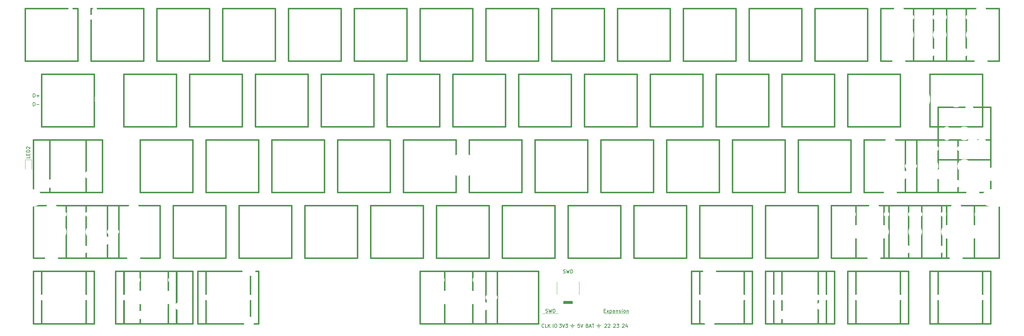
<source format=gbr>
%TF.GenerationSoftware,KiCad,Pcbnew,5.0.0*%
%TF.CreationDate,2018-08-13T13:33:07+12:00*%
%TF.ProjectId,keyboard,6B6579626F6172642E6B696361645F70,v0.1*%
%TF.SameCoordinates,PX3b67850PY3da05e0*%
%TF.FileFunction,Legend,Top*%
%TF.FilePolarity,Positive*%
%FSLAX46Y46*%
G04 Gerber Fmt 4.6, Leading zero omitted, Abs format (unit mm)*
G04 Created by KiCad (PCBNEW 5.0.0) date Mon Aug 13 13:33:07 2018*
%MOMM*%
%LPD*%
G01*
G04 APERTURE LIST*
%ADD10C,0.150000*%
%ADD11C,0.100000*%
%ADD12C,0.120000*%
%ADD13C,0.381000*%
%ADD14R,0.740000X2.400000*%
%ADD15C,7.000000*%
%ADD16O,10.000000X5.000000*%
%ADD17C,1.700000*%
%ADD18O,1.700000X1.700000*%
%ADD19O,1.200000X1.900000*%
%ADD20C,1.450000*%
%ADD21C,1.000000*%
%ADD22C,1.600000*%
%ADD23O,1.600000X1.600000*%
%ADD24R,1.750000X1.200000*%
%ADD25O,1.750000X1.200000*%
%ADD26C,0.975000*%
%ADD27C,4.000000*%
%ADD28C,3.050000*%
%ADD29C,1.200000*%
%ADD30C,2.500000*%
G04 APERTURE END LIST*
D10*
X169136190Y-89232571D02*
X169469523Y-89232571D01*
X169612380Y-89756380D02*
X169136190Y-89756380D01*
X169136190Y-88756380D01*
X169612380Y-88756380D01*
X169945714Y-89756380D02*
X170469523Y-89089714D01*
X169945714Y-89089714D02*
X170469523Y-89756380D01*
X170850476Y-89089714D02*
X170850476Y-90089714D01*
X170850476Y-89137333D02*
X170945714Y-89089714D01*
X171136190Y-89089714D01*
X171231428Y-89137333D01*
X171279047Y-89184952D01*
X171326666Y-89280190D01*
X171326666Y-89565904D01*
X171279047Y-89661142D01*
X171231428Y-89708761D01*
X171136190Y-89756380D01*
X170945714Y-89756380D01*
X170850476Y-89708761D01*
X172183809Y-89756380D02*
X172183809Y-89232571D01*
X172136190Y-89137333D01*
X172040952Y-89089714D01*
X171850476Y-89089714D01*
X171755238Y-89137333D01*
X172183809Y-89708761D02*
X172088571Y-89756380D01*
X171850476Y-89756380D01*
X171755238Y-89708761D01*
X171707619Y-89613523D01*
X171707619Y-89518285D01*
X171755238Y-89423047D01*
X171850476Y-89375428D01*
X172088571Y-89375428D01*
X172183809Y-89327809D01*
X172660000Y-89089714D02*
X172660000Y-89756380D01*
X172660000Y-89184952D02*
X172707619Y-89137333D01*
X172802857Y-89089714D01*
X172945714Y-89089714D01*
X173040952Y-89137333D01*
X173088571Y-89232571D01*
X173088571Y-89756380D01*
X173517142Y-89708761D02*
X173612380Y-89756380D01*
X173802857Y-89756380D01*
X173898095Y-89708761D01*
X173945714Y-89613523D01*
X173945714Y-89565904D01*
X173898095Y-89470666D01*
X173802857Y-89423047D01*
X173660000Y-89423047D01*
X173564761Y-89375428D01*
X173517142Y-89280190D01*
X173517142Y-89232571D01*
X173564761Y-89137333D01*
X173660000Y-89089714D01*
X173802857Y-89089714D01*
X173898095Y-89137333D01*
X174374285Y-89756380D02*
X174374285Y-89089714D01*
X174374285Y-88756380D02*
X174326666Y-88804000D01*
X174374285Y-88851619D01*
X174421904Y-88804000D01*
X174374285Y-88756380D01*
X174374285Y-88851619D01*
X174993333Y-89756380D02*
X174898095Y-89708761D01*
X174850476Y-89661142D01*
X174802857Y-89565904D01*
X174802857Y-89280190D01*
X174850476Y-89184952D01*
X174898095Y-89137333D01*
X174993333Y-89089714D01*
X175136190Y-89089714D01*
X175231428Y-89137333D01*
X175279047Y-89184952D01*
X175326666Y-89280190D01*
X175326666Y-89565904D01*
X175279047Y-89661142D01*
X175231428Y-89708761D01*
X175136190Y-89756380D01*
X174993333Y-89756380D01*
X175755238Y-89089714D02*
X175755238Y-89756380D01*
X175755238Y-89184952D02*
X175802857Y-89137333D01*
X175898095Y-89089714D01*
X176040952Y-89089714D01*
X176136190Y-89137333D01*
X176183809Y-89232571D01*
X176183809Y-89756380D01*
D11*
X169104000Y-90066000D02*
X176216000Y-90066000D01*
X151324000Y-90066000D02*
X155896000Y-90066000D01*
D10*
X152252857Y-89708761D02*
X152395714Y-89756380D01*
X152633809Y-89756380D01*
X152729047Y-89708761D01*
X152776666Y-89661142D01*
X152824285Y-89565904D01*
X152824285Y-89470666D01*
X152776666Y-89375428D01*
X152729047Y-89327809D01*
X152633809Y-89280190D01*
X152443333Y-89232571D01*
X152348095Y-89184952D01*
X152300476Y-89137333D01*
X152252857Y-89042095D01*
X152252857Y-88946857D01*
X152300476Y-88851619D01*
X152348095Y-88804000D01*
X152443333Y-88756380D01*
X152681428Y-88756380D01*
X152824285Y-88804000D01*
X153157619Y-88756380D02*
X153395714Y-89756380D01*
X153586190Y-89042095D01*
X153776666Y-89756380D01*
X154014761Y-88756380D01*
X154395714Y-89756380D02*
X154395714Y-88756380D01*
X154633809Y-88756380D01*
X154776666Y-88804000D01*
X154871904Y-88899238D01*
X154919523Y-88994476D01*
X154967142Y-89184952D01*
X154967142Y-89327809D01*
X154919523Y-89518285D01*
X154871904Y-89613523D01*
X154776666Y-89708761D01*
X154633809Y-89756380D01*
X154395714Y-89756380D01*
X3885047Y-29812380D02*
X3885047Y-28812380D01*
X4123142Y-28812380D01*
X4266000Y-28860000D01*
X4361238Y-28955238D01*
X4408857Y-29050476D01*
X4456476Y-29240952D01*
X4456476Y-29383809D01*
X4408857Y-29574285D01*
X4361238Y-29669523D01*
X4266000Y-29764761D01*
X4123142Y-29812380D01*
X3885047Y-29812380D01*
X4885047Y-29431428D02*
X5646952Y-29431428D01*
X3885047Y-27272380D02*
X3885047Y-26272380D01*
X4123142Y-26272380D01*
X4266000Y-26320000D01*
X4361238Y-26415238D01*
X4408857Y-26510476D01*
X4456476Y-26700952D01*
X4456476Y-26843809D01*
X4408857Y-27034285D01*
X4361238Y-27129523D01*
X4266000Y-27224761D01*
X4123142Y-27272380D01*
X3885047Y-27272380D01*
X4885047Y-26891428D02*
X5646952Y-26891428D01*
X5266000Y-27272380D02*
X5266000Y-26510476D01*
X174438095Y-93169619D02*
X174485714Y-93122000D01*
X174580952Y-93074380D01*
X174819047Y-93074380D01*
X174914285Y-93122000D01*
X174961904Y-93169619D01*
X175009523Y-93264857D01*
X175009523Y-93360095D01*
X174961904Y-93502952D01*
X174390476Y-94074380D01*
X175009523Y-94074380D01*
X175866666Y-93407714D02*
X175866666Y-94074380D01*
X175628571Y-93026761D02*
X175390476Y-93741047D01*
X176009523Y-93741047D01*
X171898095Y-93169619D02*
X171945714Y-93122000D01*
X172040952Y-93074380D01*
X172279047Y-93074380D01*
X172374285Y-93122000D01*
X172421904Y-93169619D01*
X172469523Y-93264857D01*
X172469523Y-93360095D01*
X172421904Y-93502952D01*
X171850476Y-94074380D01*
X172469523Y-94074380D01*
X172802857Y-93074380D02*
X173421904Y-93074380D01*
X173088571Y-93455333D01*
X173231428Y-93455333D01*
X173326666Y-93502952D01*
X173374285Y-93550571D01*
X173421904Y-93645809D01*
X173421904Y-93883904D01*
X173374285Y-93979142D01*
X173326666Y-94026761D01*
X173231428Y-94074380D01*
X172945714Y-94074380D01*
X172850476Y-94026761D01*
X172802857Y-93979142D01*
X169358095Y-93169619D02*
X169405714Y-93122000D01*
X169500952Y-93074380D01*
X169739047Y-93074380D01*
X169834285Y-93122000D01*
X169881904Y-93169619D01*
X169929523Y-93264857D01*
X169929523Y-93360095D01*
X169881904Y-93502952D01*
X169310476Y-94074380D01*
X169929523Y-94074380D01*
X170310476Y-93169619D02*
X170358095Y-93122000D01*
X170453333Y-93074380D01*
X170691428Y-93074380D01*
X170786666Y-93122000D01*
X170834285Y-93169619D01*
X170881904Y-93264857D01*
X170881904Y-93360095D01*
X170834285Y-93502952D01*
X170262857Y-94074380D01*
X170881904Y-94074380D01*
X157332857Y-78278761D02*
X157475714Y-78326380D01*
X157713809Y-78326380D01*
X157809047Y-78278761D01*
X157856666Y-78231142D01*
X157904285Y-78135904D01*
X157904285Y-78040666D01*
X157856666Y-77945428D01*
X157809047Y-77897809D01*
X157713809Y-77850190D01*
X157523333Y-77802571D01*
X157428095Y-77754952D01*
X157380476Y-77707333D01*
X157332857Y-77612095D01*
X157332857Y-77516857D01*
X157380476Y-77421619D01*
X157428095Y-77374000D01*
X157523333Y-77326380D01*
X157761428Y-77326380D01*
X157904285Y-77374000D01*
X158237619Y-77326380D02*
X158475714Y-78326380D01*
X158666190Y-77612095D01*
X158856666Y-78326380D01*
X159094761Y-77326380D01*
X159475714Y-78326380D02*
X159475714Y-77326380D01*
X159713809Y-77326380D01*
X159856666Y-77374000D01*
X159951904Y-77469238D01*
X159999523Y-77564476D01*
X160047142Y-77754952D01*
X160047142Y-77897809D01*
X159999523Y-78088285D01*
X159951904Y-78183523D01*
X159856666Y-78278761D01*
X159713809Y-78326380D01*
X159475714Y-78326380D01*
X167008571Y-93479142D02*
X168151428Y-93479142D01*
X167237142Y-93822000D02*
X167922857Y-93822000D01*
X167580000Y-92964857D02*
X167580000Y-93479142D01*
X167694285Y-94164857D02*
X167465714Y-94164857D01*
X162055523Y-93074380D02*
X161579333Y-93074380D01*
X161531714Y-93550571D01*
X161579333Y-93502952D01*
X161674571Y-93455333D01*
X161912666Y-93455333D01*
X162007904Y-93502952D01*
X162055523Y-93550571D01*
X162103142Y-93645809D01*
X162103142Y-93883904D01*
X162055523Y-93979142D01*
X162007904Y-94026761D01*
X161912666Y-94074380D01*
X161674571Y-94074380D01*
X161579333Y-94026761D01*
X161531714Y-93979142D01*
X162388857Y-93074380D02*
X162722190Y-94074380D01*
X163055523Y-93074380D01*
X164301904Y-93550571D02*
X164444761Y-93598190D01*
X164492380Y-93645809D01*
X164540000Y-93741047D01*
X164540000Y-93883904D01*
X164492380Y-93979142D01*
X164444761Y-94026761D01*
X164349523Y-94074380D01*
X163968571Y-94074380D01*
X163968571Y-93074380D01*
X164301904Y-93074380D01*
X164397142Y-93122000D01*
X164444761Y-93169619D01*
X164492380Y-93264857D01*
X164492380Y-93360095D01*
X164444761Y-93455333D01*
X164397142Y-93502952D01*
X164301904Y-93550571D01*
X163968571Y-93550571D01*
X164920952Y-93788666D02*
X165397142Y-93788666D01*
X164825714Y-94074380D02*
X165159047Y-93074380D01*
X165492380Y-94074380D01*
X165682857Y-93074380D02*
X166254285Y-93074380D01*
X165968571Y-94074380D02*
X165968571Y-93074380D01*
X154356190Y-94074380D02*
X154356190Y-93074380D01*
X155022857Y-93074380D02*
X155213333Y-93074380D01*
X155308571Y-93122000D01*
X155403809Y-93217238D01*
X155451428Y-93407714D01*
X155451428Y-93741047D01*
X155403809Y-93931523D01*
X155308571Y-94026761D01*
X155213333Y-94074380D01*
X155022857Y-94074380D01*
X154927619Y-94026761D01*
X154832380Y-93931523D01*
X154784761Y-93741047D01*
X154784761Y-93407714D01*
X154832380Y-93217238D01*
X154927619Y-93122000D01*
X155022857Y-93074380D01*
X159388571Y-93479142D02*
X160531428Y-93479142D01*
X159617142Y-93822000D02*
X160302857Y-93822000D01*
X159960000Y-92964857D02*
X159960000Y-93479142D01*
X160074285Y-94164857D02*
X159845714Y-94164857D01*
X156181904Y-93074380D02*
X156800952Y-93074380D01*
X156467619Y-93455333D01*
X156610476Y-93455333D01*
X156705714Y-93502952D01*
X156753333Y-93550571D01*
X156800952Y-93645809D01*
X156800952Y-93883904D01*
X156753333Y-93979142D01*
X156705714Y-94026761D01*
X156610476Y-94074380D01*
X156324761Y-94074380D01*
X156229523Y-94026761D01*
X156181904Y-93979142D01*
X157086666Y-93074380D02*
X157420000Y-94074380D01*
X157753333Y-93074380D01*
X157991428Y-93074380D02*
X158610476Y-93074380D01*
X158277142Y-93455333D01*
X158420000Y-93455333D01*
X158515238Y-93502952D01*
X158562857Y-93550571D01*
X158610476Y-93645809D01*
X158610476Y-93883904D01*
X158562857Y-93979142D01*
X158515238Y-94026761D01*
X158420000Y-94074380D01*
X158134285Y-94074380D01*
X158039047Y-94026761D01*
X157991428Y-93979142D01*
X151744761Y-93979142D02*
X151697142Y-94026761D01*
X151554285Y-94074380D01*
X151459047Y-94074380D01*
X151316190Y-94026761D01*
X151220952Y-93931523D01*
X151173333Y-93836285D01*
X151125714Y-93645809D01*
X151125714Y-93502952D01*
X151173333Y-93312476D01*
X151220952Y-93217238D01*
X151316190Y-93122000D01*
X151459047Y-93074380D01*
X151554285Y-93074380D01*
X151697142Y-93122000D01*
X151744761Y-93169619D01*
X152649523Y-94074380D02*
X152173333Y-94074380D01*
X152173333Y-93074380D01*
X152982857Y-94074380D02*
X152982857Y-93074380D01*
X153554285Y-94074380D02*
X153125714Y-93502952D01*
X153554285Y-93074380D02*
X152982857Y-93645809D01*
G36*
X157420000Y-86510000D02*
X159960000Y-86510000D01*
X159960000Y-87145000D01*
X157420000Y-87145000D01*
X157420000Y-86510000D01*
G37*
X157420000Y-86510000D02*
X159960000Y-86510000D01*
X159960000Y-87145000D01*
X157420000Y-87145000D01*
X157420000Y-86510000D01*
D12*
X161860000Y-80935000D02*
X161925000Y-80935000D01*
X161860000Y-84465000D02*
X161925000Y-84465000D01*
X155455000Y-80935000D02*
X155520000Y-80935000D01*
X155455000Y-84465000D02*
X155520000Y-84465000D01*
X161925000Y-84465000D02*
X161925000Y-80935000D01*
X155455000Y-84465000D02*
X155455000Y-80935000D01*
X3440000Y-48140000D02*
X3440000Y-45455000D01*
X3440000Y-45455000D02*
X1520000Y-45455000D01*
X1520000Y-45455000D02*
X1520000Y-48140000D01*
D13*
X23912520Y-54920020D02*
X8672520Y-54920020D01*
X8672520Y-54920020D02*
X8672520Y-39680020D01*
X8672520Y-39680020D02*
X23912520Y-39680020D01*
X23912520Y-39680020D02*
X23912520Y-54920020D01*
X21530000Y-93018750D02*
X6290000Y-93018750D01*
X6290000Y-93018750D02*
X6290000Y-77778750D01*
X6290000Y-77778750D02*
X21530000Y-77778750D01*
X21530000Y-77778750D02*
X21530000Y-93018750D01*
X281086250Y-54918750D02*
X265846250Y-54918750D01*
X265846250Y-54918750D02*
X265846250Y-39678750D01*
X265846250Y-39678750D02*
X281086250Y-39678750D01*
X281086250Y-39678750D02*
X281086250Y-54918750D01*
X265846250Y-30153750D02*
X281086250Y-30153750D01*
X265846250Y-45393750D02*
X265846250Y-30153750D01*
X281086250Y-45393750D02*
X265846250Y-45393750D01*
X281086250Y-30153750D02*
X281086250Y-45393750D01*
X273942500Y-1578750D02*
X273942500Y-16818750D01*
X258702500Y-1578750D02*
X273942500Y-1578750D01*
X258702500Y-16818750D02*
X258702500Y-1578750D01*
X273942500Y-16818750D02*
X258702500Y-16818750D01*
X19148750Y-73968750D02*
X3908750Y-73968750D01*
X3908750Y-73968750D02*
X3908750Y-58728750D01*
X3908750Y-58728750D02*
X19148750Y-58728750D01*
X19148750Y-58728750D02*
X19148750Y-73968750D01*
X19150020Y-54920020D02*
X3910020Y-54920020D01*
X3910020Y-54920020D02*
X3910020Y-39680020D01*
X3910020Y-39680020D02*
X19150020Y-39680020D01*
X19150020Y-39680020D02*
X19150020Y-54920020D01*
X50105000Y-54918750D02*
X34865000Y-54918750D01*
X34865000Y-54918750D02*
X34865000Y-39678750D01*
X34865000Y-39678750D02*
X50105000Y-39678750D01*
X50105000Y-39678750D02*
X50105000Y-54918750D01*
X69155000Y-54918750D02*
X53915000Y-54918750D01*
X53915000Y-54918750D02*
X53915000Y-39678750D01*
X53915000Y-39678750D02*
X69155000Y-39678750D01*
X69155000Y-39678750D02*
X69155000Y-54918750D01*
X88205000Y-54918750D02*
X72965000Y-54918750D01*
X72965000Y-54918750D02*
X72965000Y-39678750D01*
X72965000Y-39678750D02*
X88205000Y-39678750D01*
X88205000Y-39678750D02*
X88205000Y-54918750D01*
X64392500Y-35868750D02*
X49152500Y-35868750D01*
X49152500Y-35868750D02*
X49152500Y-20628750D01*
X49152500Y-20628750D02*
X64392500Y-20628750D01*
X64392500Y-20628750D02*
X64392500Y-35868750D01*
X283467500Y-58728750D02*
X283467500Y-73968750D01*
X268227500Y-58728750D02*
X283467500Y-58728750D01*
X268227500Y-73968750D02*
X268227500Y-58728750D01*
X283467500Y-73968750D02*
X268227500Y-73968750D01*
X257273750Y-58728750D02*
X257273750Y-73968750D01*
X242033750Y-58728750D02*
X257273750Y-58728750D01*
X242033750Y-73968750D02*
X242033750Y-58728750D01*
X257273750Y-73968750D02*
X242033750Y-73968750D01*
X250130000Y-58728750D02*
X250130000Y-73968750D01*
X234890000Y-58728750D02*
X250130000Y-58728750D01*
X234890000Y-73968750D02*
X234890000Y-58728750D01*
X250130000Y-73968750D02*
X234890000Y-73968750D01*
X266798750Y-58728750D02*
X266798750Y-73968750D01*
X251558750Y-58728750D02*
X266798750Y-58728750D01*
X251558750Y-73968750D02*
X251558750Y-58728750D01*
X266798750Y-73968750D02*
X251558750Y-73968750D01*
X221555000Y-39678750D02*
X221555000Y-54918750D01*
X206315000Y-39678750D02*
X221555000Y-39678750D01*
X206315000Y-54918750D02*
X206315000Y-39678750D01*
X221555000Y-54918750D02*
X206315000Y-54918750D01*
X59630000Y-73968750D02*
X44390000Y-73968750D01*
X44390000Y-73968750D02*
X44390000Y-58728750D01*
X44390000Y-58728750D02*
X59630000Y-58728750D01*
X59630000Y-58728750D02*
X59630000Y-73968750D01*
X40580000Y-73968750D02*
X25340000Y-73968750D01*
X25340000Y-73968750D02*
X25340000Y-58728750D01*
X25340000Y-58728750D02*
X40580000Y-58728750D01*
X40580000Y-58728750D02*
X40580000Y-73968750D01*
X28673750Y-73968750D02*
X13433750Y-73968750D01*
X13433750Y-73968750D02*
X13433750Y-58728750D01*
X13433750Y-58728750D02*
X28673750Y-58728750D01*
X28673750Y-58728750D02*
X28673750Y-73968750D01*
X154880000Y-73968750D02*
X139640000Y-73968750D01*
X139640000Y-73968750D02*
X139640000Y-58728750D01*
X139640000Y-58728750D02*
X154880000Y-58728750D01*
X154880000Y-58728750D02*
X154880000Y-73968750D01*
X135830000Y-73968750D02*
X120590000Y-73968750D01*
X120590000Y-73968750D02*
X120590000Y-58728750D01*
X120590000Y-58728750D02*
X135830000Y-58728750D01*
X135830000Y-58728750D02*
X135830000Y-73968750D01*
X116780000Y-73968750D02*
X101540000Y-73968750D01*
X101540000Y-73968750D02*
X101540000Y-58728750D01*
X101540000Y-58728750D02*
X116780000Y-58728750D01*
X116780000Y-58728750D02*
X116780000Y-73968750D01*
X97730000Y-73968750D02*
X82490000Y-73968750D01*
X82490000Y-73968750D02*
X82490000Y-58728750D01*
X82490000Y-58728750D02*
X97730000Y-58728750D01*
X97730000Y-58728750D02*
X97730000Y-73968750D01*
X240605000Y-39678750D02*
X240605000Y-54918750D01*
X225365000Y-39678750D02*
X240605000Y-39678750D01*
X225365000Y-54918750D02*
X225365000Y-39678750D01*
X240605000Y-54918750D02*
X225365000Y-54918750D01*
X78680000Y-73968750D02*
X63440000Y-73968750D01*
X63440000Y-73968750D02*
X63440000Y-58728750D01*
X63440000Y-58728750D02*
X78680000Y-58728750D01*
X78680000Y-58728750D02*
X78680000Y-73968750D01*
X202505000Y-54918750D02*
X187265000Y-54918750D01*
X187265000Y-54918750D02*
X187265000Y-39678750D01*
X187265000Y-39678750D02*
X202505000Y-39678750D01*
X202505000Y-39678750D02*
X202505000Y-54918750D01*
X183455000Y-54918750D02*
X168215000Y-54918750D01*
X168215000Y-54918750D02*
X168215000Y-39678750D01*
X168215000Y-39678750D02*
X183455000Y-39678750D01*
X183455000Y-39678750D02*
X183455000Y-54918750D01*
X271561250Y-54918750D02*
X256321250Y-54918750D01*
X256321250Y-54918750D02*
X256321250Y-39678750D01*
X256321250Y-39678750D02*
X271561250Y-39678750D01*
X271561250Y-39678750D02*
X271561250Y-54918750D01*
X259655000Y-39678750D02*
X259655000Y-54918750D01*
X244415000Y-39678750D02*
X259655000Y-39678750D01*
X244415000Y-54918750D02*
X244415000Y-39678750D01*
X259655000Y-54918750D02*
X244415000Y-54918750D01*
X173930000Y-73968750D02*
X158690000Y-73968750D01*
X158690000Y-73968750D02*
X158690000Y-58728750D01*
X158690000Y-58728750D02*
X173930000Y-58728750D01*
X173930000Y-58728750D02*
X173930000Y-73968750D01*
X192980000Y-73968750D02*
X177740000Y-73968750D01*
X177740000Y-73968750D02*
X177740000Y-58728750D01*
X177740000Y-58728750D02*
X192980000Y-58728750D01*
X192980000Y-58728750D02*
X192980000Y-73968750D01*
X212030000Y-58728750D02*
X212030000Y-73968750D01*
X196790000Y-58728750D02*
X212030000Y-58728750D01*
X196790000Y-73968750D02*
X196790000Y-58728750D01*
X212030000Y-73968750D02*
X196790000Y-73968750D01*
X231080000Y-58728750D02*
X231080000Y-73968750D01*
X215840000Y-58728750D02*
X231080000Y-58728750D01*
X215840000Y-73968750D02*
X215840000Y-58728750D01*
X231080000Y-73968750D02*
X215840000Y-73968750D01*
X283467500Y-1578750D02*
X283467500Y-16818750D01*
X268227500Y-1578750D02*
X283467500Y-1578750D01*
X268227500Y-16818750D02*
X268227500Y-1578750D01*
X283467500Y-16818750D02*
X268227500Y-16818750D01*
X138211250Y-93018750D02*
X122971250Y-93018750D01*
X122971250Y-93018750D02*
X122971250Y-77778750D01*
X122971250Y-77778750D02*
X138211250Y-77778750D01*
X138211250Y-77778750D02*
X138211250Y-93018750D01*
X245367500Y-1578750D02*
X245367500Y-16818750D01*
X230127500Y-1578750D02*
X245367500Y-1578750D01*
X230127500Y-16818750D02*
X230127500Y-1578750D01*
X245367500Y-16818750D02*
X230127500Y-16818750D01*
X121542500Y-35868750D02*
X106302500Y-35868750D01*
X106302500Y-35868750D02*
X106302500Y-20628750D01*
X106302500Y-20628750D02*
X121542500Y-20628750D01*
X121542500Y-20628750D02*
X121542500Y-35868750D01*
X102492500Y-35868750D02*
X87252500Y-35868750D01*
X87252500Y-35868750D02*
X87252500Y-20628750D01*
X87252500Y-20628750D02*
X102492500Y-20628750D01*
X102492500Y-20628750D02*
X102492500Y-35868750D01*
X226317500Y-1578750D02*
X226317500Y-16818750D01*
X211077500Y-1578750D02*
X226317500Y-1578750D01*
X211077500Y-16818750D02*
X211077500Y-1578750D01*
X226317500Y-16818750D02*
X211077500Y-16818750D01*
X207267500Y-1578750D02*
X207267500Y-16818750D01*
X192027500Y-1578750D02*
X207267500Y-1578750D01*
X192027500Y-16818750D02*
X192027500Y-1578750D01*
X207267500Y-16818750D02*
X192027500Y-16818750D01*
X188217500Y-16818750D02*
X172977500Y-16818750D01*
X172977500Y-16818750D02*
X172977500Y-1578750D01*
X172977500Y-1578750D02*
X188217500Y-1578750D01*
X188217500Y-1578750D02*
X188217500Y-16818750D01*
X169167500Y-16818750D02*
X153927500Y-16818750D01*
X153927500Y-16818750D02*
X153927500Y-1578750D01*
X153927500Y-1578750D02*
X169167500Y-1578750D01*
X169167500Y-1578750D02*
X169167500Y-16818750D01*
X264417500Y-1578750D02*
X264417500Y-16818750D01*
X249177500Y-1578750D02*
X264417500Y-1578750D01*
X249177500Y-16818750D02*
X249177500Y-1578750D01*
X264417500Y-16818750D02*
X249177500Y-16818750D01*
X140592500Y-35868750D02*
X125352500Y-35868750D01*
X125352500Y-35868750D02*
X125352500Y-20628750D01*
X125352500Y-20628750D02*
X140592500Y-20628750D01*
X140592500Y-20628750D02*
X140592500Y-35868750D01*
X73917500Y-16818750D02*
X58677500Y-16818750D01*
X58677500Y-16818750D02*
X58677500Y-1578750D01*
X58677500Y-1578750D02*
X73917500Y-1578750D01*
X73917500Y-1578750D02*
X73917500Y-16818750D01*
X54867500Y-16818750D02*
X39627500Y-16818750D01*
X39627500Y-16818750D02*
X39627500Y-1578750D01*
X39627500Y-1578750D02*
X54867500Y-1578750D01*
X54867500Y-1578750D02*
X54867500Y-16818750D01*
X35817500Y-16818750D02*
X20577500Y-16818750D01*
X20577500Y-16818750D02*
X20577500Y-1578750D01*
X20577500Y-1578750D02*
X35817500Y-1578750D01*
X35817500Y-1578750D02*
X35817500Y-16818750D01*
X150117500Y-16818750D02*
X134877500Y-16818750D01*
X134877500Y-16818750D02*
X134877500Y-1578750D01*
X134877500Y-1578750D02*
X150117500Y-1578750D01*
X150117500Y-1578750D02*
X150117500Y-16818750D01*
X131067500Y-16818750D02*
X115827500Y-16818750D01*
X115827500Y-16818750D02*
X115827500Y-1578750D01*
X115827500Y-1578750D02*
X131067500Y-1578750D01*
X131067500Y-1578750D02*
X131067500Y-16818750D01*
X112017500Y-16818750D02*
X96777500Y-16818750D01*
X96777500Y-16818750D02*
X96777500Y-1578750D01*
X96777500Y-1578750D02*
X112017500Y-1578750D01*
X112017500Y-1578750D02*
X112017500Y-16818750D01*
X92967500Y-16818750D02*
X77727500Y-16818750D01*
X77727500Y-16818750D02*
X77727500Y-1578750D01*
X77727500Y-1578750D02*
X92967500Y-1578750D01*
X92967500Y-1578750D02*
X92967500Y-16818750D01*
X159642500Y-35868750D02*
X144402500Y-35868750D01*
X144402500Y-35868750D02*
X144402500Y-20628750D01*
X144402500Y-20628750D02*
X159642500Y-20628750D01*
X159642500Y-20628750D02*
X159642500Y-35868750D01*
X21530000Y-35868750D02*
X6290000Y-35868750D01*
X6290000Y-35868750D02*
X6290000Y-20628750D01*
X6290000Y-20628750D02*
X21530000Y-20628750D01*
X21530000Y-20628750D02*
X21530000Y-35868750D01*
X45342500Y-35868750D02*
X30102500Y-35868750D01*
X30102500Y-35868750D02*
X30102500Y-20628750D01*
X30102500Y-20628750D02*
X45342500Y-20628750D01*
X45342500Y-20628750D02*
X45342500Y-35868750D01*
X83442500Y-35868750D02*
X68202500Y-35868750D01*
X68202500Y-35868750D02*
X68202500Y-20628750D01*
X68202500Y-20628750D02*
X83442500Y-20628750D01*
X83442500Y-20628750D02*
X83442500Y-35868750D01*
X254892500Y-20628750D02*
X254892500Y-35868750D01*
X239652500Y-20628750D02*
X254892500Y-20628750D01*
X239652500Y-35868750D02*
X239652500Y-20628750D01*
X254892500Y-35868750D02*
X239652500Y-35868750D01*
X278705000Y-20628750D02*
X278705000Y-35868750D01*
X263465000Y-20628750D02*
X278705000Y-20628750D01*
X263465000Y-35868750D02*
X263465000Y-20628750D01*
X278705000Y-35868750D02*
X263465000Y-35868750D01*
X178692500Y-35868750D02*
X163452500Y-35868750D01*
X163452500Y-35868750D02*
X163452500Y-20628750D01*
X163452500Y-20628750D02*
X178692500Y-20628750D01*
X178692500Y-20628750D02*
X178692500Y-35868750D01*
X197742500Y-35868750D02*
X182502500Y-35868750D01*
X182502500Y-35868750D02*
X182502500Y-20628750D01*
X182502500Y-20628750D02*
X197742500Y-20628750D01*
X197742500Y-20628750D02*
X197742500Y-35868750D01*
X216792500Y-20628750D02*
X216792500Y-35868750D01*
X201552500Y-20628750D02*
X216792500Y-20628750D01*
X201552500Y-35868750D02*
X201552500Y-20628750D01*
X216792500Y-35868750D02*
X201552500Y-35868750D01*
X235842500Y-20628750D02*
X235842500Y-35868750D01*
X220602500Y-20628750D02*
X235842500Y-20628750D01*
X220602500Y-35868750D02*
X220602500Y-20628750D01*
X235842500Y-35868750D02*
X220602500Y-35868750D01*
X107255000Y-54918750D02*
X92015000Y-54918750D01*
X92015000Y-54918750D02*
X92015000Y-39678750D01*
X92015000Y-39678750D02*
X107255000Y-39678750D01*
X107255000Y-39678750D02*
X107255000Y-54918750D01*
X126305000Y-54918750D02*
X111065000Y-54918750D01*
X111065000Y-54918750D02*
X111065000Y-39678750D01*
X111065000Y-39678750D02*
X126305000Y-39678750D01*
X126305000Y-39678750D02*
X126305000Y-54918750D01*
X145355000Y-54918750D02*
X130115000Y-54918750D01*
X130115000Y-54918750D02*
X130115000Y-39678750D01*
X130115000Y-39678750D02*
X145355000Y-39678750D01*
X145355000Y-39678750D02*
X145355000Y-54918750D01*
X164405000Y-54918750D02*
X149165000Y-54918750D01*
X149165000Y-54918750D02*
X149165000Y-39678750D01*
X149165000Y-39678750D02*
X164405000Y-39678750D01*
X164405000Y-39678750D02*
X164405000Y-54918750D01*
X150117500Y-93018750D02*
X134877500Y-93018750D01*
X134877500Y-93018750D02*
X134877500Y-77778750D01*
X134877500Y-77778750D02*
X150117500Y-77778750D01*
X150117500Y-77778750D02*
X150117500Y-93018750D01*
X131067500Y-93018750D02*
X115827500Y-93018750D01*
X115827500Y-93018750D02*
X115827500Y-77778750D01*
X115827500Y-77778750D02*
X131067500Y-77778750D01*
X131067500Y-77778750D02*
X131067500Y-93018750D01*
X276323750Y-58728750D02*
X276323750Y-73968750D01*
X261083750Y-58728750D02*
X276323750Y-58728750D01*
X261083750Y-73968750D02*
X261083750Y-58728750D01*
X276323750Y-73968750D02*
X261083750Y-73968750D01*
X23912520Y-39680020D02*
X23912520Y-54920020D01*
X8672520Y-39680020D02*
X23912520Y-39680020D01*
X8672520Y-54920020D02*
X8672520Y-39680020D01*
X23912520Y-54920020D02*
X8672520Y-54920020D01*
X207267500Y-1580020D02*
X207267500Y-16820020D01*
X192027500Y-1580020D02*
X207267500Y-1580020D01*
X192027500Y-16820020D02*
X192027500Y-1580020D01*
X207267500Y-16820020D02*
X192027500Y-16820020D01*
X102492500Y-20630020D02*
X102492500Y-35870020D01*
X87252500Y-20630020D02*
X102492500Y-20630020D01*
X87252500Y-35870020D02*
X87252500Y-20630020D01*
X102492500Y-35870020D02*
X87252500Y-35870020D01*
X121542500Y-20630020D02*
X121542500Y-35870020D01*
X106302500Y-20630020D02*
X121542500Y-20630020D01*
X106302500Y-35870020D02*
X106302500Y-20630020D01*
X121542500Y-35870020D02*
X106302500Y-35870020D01*
X159642500Y-20630020D02*
X159642500Y-35870020D01*
X144402500Y-20630020D02*
X159642500Y-20630020D01*
X144402500Y-35870020D02*
X144402500Y-20630020D01*
X159642500Y-35870020D02*
X144402500Y-35870020D01*
X178692500Y-20630020D02*
X178692500Y-35870020D01*
X163452500Y-20630020D02*
X178692500Y-20630020D01*
X163452500Y-35870020D02*
X163452500Y-20630020D01*
X178692500Y-35870020D02*
X163452500Y-35870020D01*
X197742500Y-20630020D02*
X197742500Y-35870020D01*
X182502500Y-20630020D02*
X197742500Y-20630020D01*
X182502500Y-35870020D02*
X182502500Y-20630020D01*
X197742500Y-35870020D02*
X182502500Y-35870020D01*
X216792500Y-20630020D02*
X216792500Y-35870020D01*
X201552500Y-20630020D02*
X216792500Y-20630020D01*
X201552500Y-35870020D02*
X201552500Y-20630020D01*
X216792500Y-35870020D02*
X201552500Y-35870020D01*
X235842500Y-20630020D02*
X235842500Y-35870020D01*
X220602500Y-20630020D02*
X235842500Y-20630020D01*
X220602500Y-35870020D02*
X220602500Y-20630020D01*
X235842500Y-35870020D02*
X220602500Y-35870020D01*
X278705000Y-20628750D02*
X278705000Y-35868750D01*
X263465000Y-20628750D02*
X278705000Y-20628750D01*
X263465000Y-35868750D02*
X263465000Y-20628750D01*
X278705000Y-35868750D02*
X263465000Y-35868750D01*
X50105000Y-39680020D02*
X50105000Y-54920020D01*
X34865000Y-39680020D02*
X50105000Y-39680020D01*
X34865000Y-54920020D02*
X34865000Y-39680020D01*
X50105000Y-54920020D02*
X34865000Y-54920020D01*
X69155000Y-39680020D02*
X69155000Y-54920020D01*
X53915000Y-39680020D02*
X69155000Y-39680020D01*
X53915000Y-54920020D02*
X53915000Y-39680020D01*
X69155000Y-54920020D02*
X53915000Y-54920020D01*
X88205000Y-39680020D02*
X88205000Y-54920020D01*
X72965000Y-39680020D02*
X88205000Y-39680020D01*
X72965000Y-54920020D02*
X72965000Y-39680020D01*
X88205000Y-54920020D02*
X72965000Y-54920020D01*
X107255000Y-39680020D02*
X107255000Y-54920020D01*
X92015000Y-39680020D02*
X107255000Y-39680020D01*
X92015000Y-54920020D02*
X92015000Y-39680020D01*
X107255000Y-54920020D02*
X92015000Y-54920020D01*
X126305000Y-39680020D02*
X126305000Y-54920020D01*
X111065000Y-39680020D02*
X126305000Y-39680020D01*
X111065000Y-54920020D02*
X111065000Y-39680020D01*
X126305000Y-54920020D02*
X111065000Y-54920020D01*
X145355000Y-39680020D02*
X145355000Y-54920020D01*
X130115000Y-39680020D02*
X145355000Y-39680020D01*
X130115000Y-54920020D02*
X130115000Y-39680020D01*
X145355000Y-54920020D02*
X130115000Y-54920020D01*
X164405000Y-39680020D02*
X164405000Y-54920020D01*
X149165000Y-39680020D02*
X164405000Y-39680020D01*
X149165000Y-54920020D02*
X149165000Y-39680020D01*
X164405000Y-54920020D02*
X149165000Y-54920020D01*
X54867500Y-1580020D02*
X54867500Y-16820020D01*
X39627500Y-1580020D02*
X54867500Y-1580020D01*
X39627500Y-16820020D02*
X39627500Y-1580020D01*
X54867500Y-16820020D02*
X39627500Y-16820020D01*
X73917500Y-16820020D02*
X58677500Y-16820020D01*
X58677500Y-16820020D02*
X58677500Y-1580020D01*
X58677500Y-1580020D02*
X73917500Y-1580020D01*
X73917500Y-1580020D02*
X73917500Y-16820020D01*
X112017500Y-1580020D02*
X112017500Y-16820020D01*
X96777500Y-1580020D02*
X112017500Y-1580020D01*
X96777500Y-16820020D02*
X96777500Y-1580020D01*
X112017500Y-16820020D02*
X96777500Y-16820020D01*
X131067500Y-1580020D02*
X131067500Y-16820020D01*
X115827500Y-1580020D02*
X131067500Y-1580020D01*
X115827500Y-16820020D02*
X115827500Y-1580020D01*
X131067500Y-16820020D02*
X115827500Y-16820020D01*
X150117500Y-1580020D02*
X150117500Y-16820020D01*
X134877500Y-1580020D02*
X150117500Y-1580020D01*
X134877500Y-16820020D02*
X134877500Y-1580020D01*
X150117500Y-16820020D02*
X134877500Y-16820020D01*
X169167500Y-1580020D02*
X169167500Y-16820020D01*
X153927500Y-1580020D02*
X169167500Y-1580020D01*
X153927500Y-16820020D02*
X153927500Y-1580020D01*
X169167500Y-16820020D02*
X153927500Y-16820020D01*
X226317500Y-1580020D02*
X226317500Y-16820020D01*
X211077500Y-1580020D02*
X226317500Y-1580020D01*
X211077500Y-16820020D02*
X211077500Y-1580020D01*
X226317500Y-16820020D02*
X211077500Y-16820020D01*
X245367500Y-1580020D02*
X245367500Y-16820020D01*
X230127500Y-1580020D02*
X245367500Y-1580020D01*
X230127500Y-16820020D02*
X230127500Y-1580020D01*
X245367500Y-16820020D02*
X230127500Y-16820020D01*
X273942500Y-1580020D02*
X273942500Y-16820020D01*
X258702500Y-1580020D02*
X273942500Y-1580020D01*
X258702500Y-16820020D02*
X258702500Y-1580020D01*
X273942500Y-16820020D02*
X258702500Y-16820020D01*
X21530000Y-20630020D02*
X21530000Y-35870020D01*
X6290000Y-20630020D02*
X21530000Y-20630020D01*
X6290000Y-35870020D02*
X6290000Y-20630020D01*
X21530000Y-35870020D02*
X6290000Y-35870020D01*
X45342500Y-20630020D02*
X45342500Y-35870020D01*
X30102500Y-20630020D02*
X45342500Y-20630020D01*
X30102500Y-35870020D02*
X30102500Y-20630020D01*
X45342500Y-35870020D02*
X30102500Y-35870020D01*
X64392500Y-20630020D02*
X64392500Y-35870020D01*
X49152500Y-20630020D02*
X64392500Y-20630020D01*
X49152500Y-35870020D02*
X49152500Y-20630020D01*
X64392500Y-35870020D02*
X49152500Y-35870020D01*
X83442500Y-20630020D02*
X83442500Y-35870020D01*
X68202500Y-20630020D02*
X83442500Y-20630020D01*
X68202500Y-35870020D02*
X68202500Y-20630020D01*
X83442500Y-35870020D02*
X68202500Y-35870020D01*
X266800020Y-58730020D02*
X266800020Y-73970020D01*
X251560020Y-58730020D02*
X266800020Y-58730020D01*
X251560020Y-73970020D02*
X251560020Y-58730020D01*
X266800020Y-73970020D02*
X251560020Y-73970020D01*
X19148750Y-77778750D02*
X19148750Y-93018750D01*
X3908750Y-77778750D02*
X19148750Y-77778750D01*
X3908750Y-93018750D02*
X3908750Y-77778750D01*
X19148750Y-93018750D02*
X3908750Y-93018750D01*
X66773750Y-77778750D02*
X66773750Y-93018750D01*
X51533750Y-77778750D02*
X66773750Y-77778750D01*
X51533750Y-93018750D02*
X51533750Y-77778750D01*
X66773750Y-93018750D02*
X51533750Y-93018750D01*
X138211250Y-77778750D02*
X138211250Y-93018750D01*
X122971250Y-77778750D02*
X138211250Y-77778750D01*
X122971250Y-93018750D02*
X122971250Y-77778750D01*
X138211250Y-93018750D02*
X122971250Y-93018750D01*
X209648750Y-77778750D02*
X209648750Y-93018750D01*
X194408750Y-77778750D02*
X209648750Y-77778750D01*
X194408750Y-93018750D02*
X194408750Y-77778750D01*
X209648750Y-93018750D02*
X194408750Y-93018750D01*
X233461250Y-77778750D02*
X233461250Y-93018750D01*
X218221250Y-77778750D02*
X233461250Y-77778750D01*
X218221250Y-93018750D02*
X218221250Y-77778750D01*
X233461250Y-93018750D02*
X218221250Y-93018750D01*
X257273750Y-77778750D02*
X257273750Y-93018750D01*
X242033750Y-77778750D02*
X257273750Y-77778750D01*
X242033750Y-93018750D02*
X242033750Y-77778750D01*
X257273750Y-93018750D02*
X242033750Y-93018750D01*
X281086250Y-77778750D02*
X281086250Y-93018750D01*
X265846250Y-77778750D02*
X281086250Y-77778750D01*
X265846250Y-93018750D02*
X265846250Y-77778750D01*
X281086250Y-93018750D02*
X265846250Y-93018750D01*
X183455000Y-39680020D02*
X183455000Y-54920020D01*
X168215000Y-39680020D02*
X183455000Y-39680020D01*
X168215000Y-54920020D02*
X168215000Y-39680020D01*
X183455000Y-54920020D02*
X168215000Y-54920020D01*
X202505000Y-39680020D02*
X202505000Y-54920020D01*
X187265000Y-39680020D02*
X202505000Y-39680020D01*
X187265000Y-54920020D02*
X187265000Y-39680020D01*
X202505000Y-54920020D02*
X187265000Y-54920020D01*
X240605000Y-39680020D02*
X240605000Y-54920020D01*
X225365000Y-39680020D02*
X240605000Y-39680020D01*
X225365000Y-54920020D02*
X225365000Y-39680020D01*
X240605000Y-54920020D02*
X225365000Y-54920020D01*
X271561250Y-39678750D02*
X271561250Y-54918750D01*
X256321250Y-39678750D02*
X271561250Y-39678750D01*
X256321250Y-54918750D02*
X256321250Y-39678750D01*
X271561250Y-54918750D02*
X256321250Y-54918750D01*
X28673750Y-58728750D02*
X28673750Y-73968750D01*
X13433750Y-58728750D02*
X28673750Y-58728750D01*
X13433750Y-73968750D02*
X13433750Y-58728750D01*
X28673750Y-73968750D02*
X13433750Y-73968750D01*
X59630000Y-58730020D02*
X59630000Y-73970020D01*
X44390000Y-58730020D02*
X59630000Y-58730020D01*
X44390000Y-73970020D02*
X44390000Y-58730020D01*
X59630000Y-73970020D02*
X44390000Y-73970020D01*
X78680000Y-58730020D02*
X78680000Y-73970020D01*
X63440000Y-58730020D02*
X78680000Y-58730020D01*
X63440000Y-73970020D02*
X63440000Y-58730020D01*
X78680000Y-73970020D02*
X63440000Y-73970020D01*
X116780000Y-58730020D02*
X116780000Y-73970020D01*
X101540000Y-58730020D02*
X116780000Y-58730020D01*
X101540000Y-73970020D02*
X101540000Y-58730020D01*
X116780000Y-73970020D02*
X101540000Y-73970020D01*
X135830000Y-58730020D02*
X135830000Y-73970020D01*
X120590000Y-58730020D02*
X135830000Y-58730020D01*
X120590000Y-73970020D02*
X120590000Y-58730020D01*
X135830000Y-73970020D02*
X120590000Y-73970020D01*
X154880000Y-58730020D02*
X154880000Y-73970020D01*
X139640000Y-58730020D02*
X154880000Y-58730020D01*
X139640000Y-73970020D02*
X139640000Y-58730020D01*
X154880000Y-73970020D02*
X139640000Y-73970020D01*
X173930000Y-58730020D02*
X173930000Y-73970020D01*
X158690000Y-58730020D02*
X173930000Y-58730020D01*
X158690000Y-73970020D02*
X158690000Y-58730020D01*
X173930000Y-73970020D02*
X158690000Y-73970020D01*
X192980000Y-58730020D02*
X192980000Y-73970020D01*
X177740000Y-58730020D02*
X192980000Y-58730020D01*
X177740000Y-73970020D02*
X177740000Y-58730020D01*
X192980000Y-73970020D02*
X177740000Y-73970020D01*
X212030000Y-58730020D02*
X212030000Y-73970020D01*
X196790000Y-58730020D02*
X212030000Y-58730020D01*
X196790000Y-73970020D02*
X196790000Y-58730020D01*
X212030000Y-73970020D02*
X196790000Y-73970020D01*
X231080000Y-58730020D02*
X231080000Y-73970020D01*
X215840000Y-58730020D02*
X231080000Y-58730020D01*
X215840000Y-73970020D02*
X215840000Y-58730020D01*
X231080000Y-73970020D02*
X215840000Y-73970020D01*
X42961250Y-77778750D02*
X42961250Y-93018750D01*
X27721250Y-77778750D02*
X42961250Y-77778750D01*
X27721250Y-93018750D02*
X27721250Y-77778750D01*
X42961250Y-93018750D02*
X27721250Y-93018750D01*
X97730000Y-58730020D02*
X97730000Y-73970020D01*
X82490000Y-58730020D02*
X97730000Y-58730020D01*
X82490000Y-73970020D02*
X82490000Y-58730020D01*
X97730000Y-73970020D02*
X82490000Y-73970020D01*
X92967500Y-1580020D02*
X92967500Y-16820020D01*
X77727500Y-1580020D02*
X92967500Y-1580020D01*
X77727500Y-16820020D02*
X77727500Y-1580020D01*
X92967500Y-16820020D02*
X77727500Y-16820020D01*
X188217500Y-1580020D02*
X188217500Y-16820020D01*
X172977500Y-1580020D02*
X188217500Y-1580020D01*
X172977500Y-16820020D02*
X172977500Y-1580020D01*
X188217500Y-16820020D02*
X172977500Y-16820020D01*
X254892500Y-20630020D02*
X254892500Y-35870020D01*
X239652500Y-20630020D02*
X254892500Y-20630020D01*
X239652500Y-35870020D02*
X239652500Y-20630020D01*
X254892500Y-35870020D02*
X239652500Y-35870020D01*
X140592500Y-20630020D02*
X140592500Y-35870020D01*
X125352500Y-20630020D02*
X140592500Y-20630020D01*
X125352500Y-35870020D02*
X125352500Y-20630020D01*
X140592500Y-35870020D02*
X125352500Y-35870020D01*
X221555000Y-39680020D02*
X221555000Y-54920020D01*
X206315000Y-39680020D02*
X221555000Y-39680020D01*
X206315000Y-54920020D02*
X206315000Y-39680020D01*
X221555000Y-54920020D02*
X206315000Y-54920020D01*
X16767500Y-16818750D02*
X1527500Y-16818750D01*
X1527500Y-16818750D02*
X1527500Y-1578750D01*
X1527500Y-1578750D02*
X16767500Y-1578750D01*
X16767500Y-1578750D02*
X16767500Y-16818750D01*
X281086250Y-54918750D02*
X265846250Y-54918750D01*
X265846250Y-54918750D02*
X265846250Y-39678750D01*
X265846250Y-39678750D02*
X281086250Y-39678750D01*
X281086250Y-39678750D02*
X281086250Y-54918750D01*
X231080000Y-77778750D02*
X231080000Y-93018750D01*
X215840000Y-77778750D02*
X231080000Y-77778750D01*
X215840000Y-93018750D02*
X215840000Y-77778750D01*
X231080000Y-93018750D02*
X215840000Y-93018750D01*
X40580000Y-58730020D02*
X40580000Y-73970020D01*
X25340000Y-58730020D02*
X40580000Y-58730020D01*
X25340000Y-73970020D02*
X25340000Y-58730020D01*
X40580000Y-73970020D02*
X25340000Y-73970020D01*
X283467500Y-58728750D02*
X283467500Y-73968750D01*
X268227500Y-58728750D02*
X283467500Y-58728750D01*
X268227500Y-73968750D02*
X268227500Y-58728750D01*
X283467500Y-73968750D02*
X268227500Y-73968750D01*
X21530000Y-77747000D02*
X21530000Y-92987000D01*
X6290000Y-77747000D02*
X21530000Y-77747000D01*
X6290000Y-92987000D02*
X6290000Y-77747000D01*
X21530000Y-92987000D02*
X6290000Y-92987000D01*
X50105000Y-77747000D02*
X50105000Y-92987000D01*
X34865000Y-77747000D02*
X50105000Y-77747000D01*
X34865000Y-92987000D02*
X34865000Y-77747000D01*
X50105000Y-92987000D02*
X34865000Y-92987000D01*
X45406000Y-77747000D02*
X45406000Y-92987000D01*
X30166000Y-77747000D02*
X45406000Y-77747000D01*
X30166000Y-92987000D02*
X30166000Y-77747000D01*
X45406000Y-92987000D02*
X30166000Y-92987000D01*
X212030000Y-77778750D02*
X212030000Y-93018750D01*
X196790000Y-77778750D02*
X212030000Y-77778750D01*
X196790000Y-93018750D02*
X196790000Y-77778750D01*
X212030000Y-93018750D02*
X196790000Y-93018750D01*
X235842500Y-77778750D02*
X235842500Y-93018750D01*
X220602500Y-77778750D02*
X235842500Y-77778750D01*
X220602500Y-93018750D02*
X220602500Y-77778750D01*
X235842500Y-93018750D02*
X220602500Y-93018750D01*
X69155000Y-77747000D02*
X69155000Y-92987000D01*
X53915000Y-77747000D02*
X69155000Y-77747000D01*
X53915000Y-92987000D02*
X53915000Y-77747000D01*
X69155000Y-92987000D02*
X53915000Y-92987000D01*
X254892500Y-77778750D02*
X254892500Y-93018750D01*
X239652500Y-77778750D02*
X254892500Y-77778750D01*
X239652500Y-93018750D02*
X239652500Y-77778750D01*
X254892500Y-93018750D02*
X239652500Y-93018750D01*
X278705000Y-77778750D02*
X278705000Y-93018750D01*
X263465000Y-77778750D02*
X278705000Y-77778750D01*
X263465000Y-93018750D02*
X263465000Y-77778750D01*
X278705000Y-93018750D02*
X263465000Y-93018750D01*
X150117500Y-77780020D02*
X150117500Y-93020020D01*
X134877500Y-77780020D02*
X150117500Y-77780020D01*
X134877500Y-93020020D02*
X134877500Y-77780020D01*
X150117500Y-93020020D02*
X134877500Y-93020020D01*
X131067500Y-77778750D02*
X131067500Y-93018750D01*
X115827500Y-77778750D02*
X131067500Y-77778750D01*
X115827500Y-93018750D02*
X115827500Y-77778750D01*
X131067500Y-93018750D02*
X115827500Y-93018750D01*
X19150020Y-58730020D02*
X19150020Y-73970020D01*
X3910020Y-58730020D02*
X19150020Y-58730020D01*
X3910020Y-73970020D02*
X3910020Y-58730020D01*
X19150020Y-73970020D02*
X3910020Y-73970020D01*
X276323750Y-58728750D02*
X276323750Y-73968750D01*
X261083750Y-58728750D02*
X276323750Y-58728750D01*
X261083750Y-73968750D02*
X261083750Y-58728750D01*
X276323750Y-73968750D02*
X261083750Y-73968750D01*
X19150020Y-39680020D02*
X19150020Y-54920020D01*
X3910020Y-39680020D02*
X19150020Y-39680020D01*
X3910020Y-54920020D02*
X3910020Y-39680020D01*
X19150020Y-54920020D02*
X3910020Y-54920020D01*
X264417500Y-1578750D02*
X264417500Y-16818750D01*
X249177500Y-1578750D02*
X264417500Y-1578750D01*
X249177500Y-16818750D02*
X249177500Y-1578750D01*
X264417500Y-16818750D02*
X249177500Y-16818750D01*
X283467500Y-1578750D02*
X283467500Y-16818750D01*
X268227500Y-1578750D02*
X283467500Y-1578750D01*
X268227500Y-16818750D02*
X268227500Y-1578750D01*
X283467500Y-16818750D02*
X268227500Y-16818750D01*
X35817500Y-1578750D02*
X35817500Y-16818750D01*
X20577500Y-1578750D02*
X35817500Y-1578750D01*
X20577500Y-16818750D02*
X20577500Y-1578750D01*
X35817500Y-16818750D02*
X20577500Y-16818750D01*
X16767500Y-1578750D02*
X16767500Y-16818750D01*
X1527500Y-1578750D02*
X16767500Y-1578750D01*
X1527500Y-16818750D02*
X1527500Y-1578750D01*
X16767500Y-16818750D02*
X1527500Y-16818750D01*
X265846250Y-30153750D02*
X281086250Y-30153750D01*
X265846250Y-45393750D02*
X265846250Y-30153750D01*
X281086250Y-45393750D02*
X265846250Y-45393750D01*
X281086250Y-30153750D02*
X281086250Y-45393750D01*
X257273750Y-58728750D02*
X257273750Y-73968750D01*
X242033750Y-58728750D02*
X257273750Y-58728750D01*
X242033750Y-73968750D02*
X242033750Y-58728750D01*
X257273750Y-73968750D02*
X242033750Y-73968750D01*
X250130000Y-58728750D02*
X250130000Y-73968750D01*
X234890000Y-58728750D02*
X250130000Y-58728750D01*
X234890000Y-73968750D02*
X234890000Y-58728750D01*
X250130000Y-73968750D02*
X234890000Y-73968750D01*
X259655000Y-39680020D02*
X259655000Y-54920020D01*
X244415000Y-39680020D02*
X259655000Y-39680020D01*
X244415000Y-54920020D02*
X244415000Y-39680020D01*
X259655000Y-54920020D02*
X244415000Y-54920020D01*
X19148750Y-93018750D02*
X3908750Y-93018750D01*
X3908750Y-93018750D02*
X3908750Y-77778750D01*
X3908750Y-77778750D02*
X19148750Y-77778750D01*
X19148750Y-77778750D02*
X19148750Y-93018750D01*
X42961250Y-93018750D02*
X27721250Y-93018750D01*
X27721250Y-93018750D02*
X27721250Y-77778750D01*
X27721250Y-77778750D02*
X42961250Y-77778750D01*
X42961250Y-77778750D02*
X42961250Y-93018750D01*
X45342500Y-93018750D02*
X30102500Y-93018750D01*
X30102500Y-93018750D02*
X30102500Y-77778750D01*
X30102500Y-77778750D02*
X45342500Y-77778750D01*
X45342500Y-77778750D02*
X45342500Y-93018750D01*
X50105000Y-93018750D02*
X34865000Y-93018750D01*
X34865000Y-93018750D02*
X34865000Y-77778750D01*
X34865000Y-77778750D02*
X50105000Y-77778750D01*
X50105000Y-77778750D02*
X50105000Y-93018750D01*
X66773750Y-93018750D02*
X51533750Y-93018750D01*
X51533750Y-93018750D02*
X51533750Y-77778750D01*
X51533750Y-77778750D02*
X66773750Y-77778750D01*
X66773750Y-77778750D02*
X66773750Y-93018750D01*
X69155000Y-93018750D02*
X53915000Y-93018750D01*
X53915000Y-93018750D02*
X53915000Y-77778750D01*
X53915000Y-77778750D02*
X69155000Y-77778750D01*
X69155000Y-77778750D02*
X69155000Y-93018750D01*
X209648750Y-77778750D02*
X209648750Y-93018750D01*
X194408750Y-77778750D02*
X209648750Y-77778750D01*
X194408750Y-93018750D02*
X194408750Y-77778750D01*
X209648750Y-93018750D02*
X194408750Y-93018750D01*
X212030000Y-77778750D02*
X212030000Y-93018750D01*
X196790000Y-77778750D02*
X212030000Y-77778750D01*
X196790000Y-93018750D02*
X196790000Y-77778750D01*
X212030000Y-93018750D02*
X196790000Y-93018750D01*
X235842500Y-93018750D02*
X220602500Y-93018750D01*
X220602500Y-93018750D02*
X220602500Y-77778750D01*
X220602500Y-77778750D02*
X235842500Y-77778750D01*
X235842500Y-77778750D02*
X235842500Y-93018750D01*
X231080000Y-93018750D02*
X215840000Y-93018750D01*
X215840000Y-93018750D02*
X215840000Y-77778750D01*
X215840000Y-77778750D02*
X231080000Y-77778750D01*
X231080000Y-77778750D02*
X231080000Y-93018750D01*
X233461250Y-77778750D02*
X233461250Y-93018750D01*
X218221250Y-77778750D02*
X233461250Y-77778750D01*
X218221250Y-93018750D02*
X218221250Y-77778750D01*
X233461250Y-93018750D02*
X218221250Y-93018750D01*
X254892500Y-77778750D02*
X254892500Y-93018750D01*
X239652500Y-77778750D02*
X254892500Y-77778750D01*
X239652500Y-93018750D02*
X239652500Y-77778750D01*
X254892500Y-93018750D02*
X239652500Y-93018750D01*
X257273750Y-93018750D02*
X242033750Y-93018750D01*
X242033750Y-93018750D02*
X242033750Y-77778750D01*
X242033750Y-77778750D02*
X257273750Y-77778750D01*
X257273750Y-77778750D02*
X257273750Y-93018750D01*
X281086250Y-77778750D02*
X281086250Y-93018750D01*
X265846250Y-77778750D02*
X281086250Y-77778750D01*
X265846250Y-93018750D02*
X265846250Y-77778750D01*
X281086250Y-93018750D02*
X265846250Y-93018750D01*
X278705000Y-93018750D02*
X263465000Y-93018750D01*
X263465000Y-93018750D02*
X263465000Y-77778750D01*
X263465000Y-77778750D02*
X278705000Y-77778750D01*
X278705000Y-77778750D02*
X278705000Y-93018750D01*
D10*
X2932380Y-44449047D02*
X2932380Y-44925238D01*
X1932380Y-44925238D01*
X2408571Y-44115714D02*
X2408571Y-43782380D01*
X2932380Y-43639523D02*
X2932380Y-44115714D01*
X1932380Y-44115714D01*
X1932380Y-43639523D01*
X2932380Y-43210952D02*
X1932380Y-43210952D01*
X1932380Y-42972857D01*
X1980000Y-42830000D01*
X2075238Y-42734761D01*
X2170476Y-42687142D01*
X2360952Y-42639523D01*
X2503809Y-42639523D01*
X2694285Y-42687142D01*
X2789523Y-42734761D01*
X2884761Y-42830000D01*
X2932380Y-42972857D01*
X2932380Y-43210952D01*
X2027619Y-42258571D02*
X1980000Y-42210952D01*
X1932380Y-42115714D01*
X1932380Y-41877619D01*
X1980000Y-41782380D01*
X2027619Y-41734761D01*
X2122857Y-41687142D01*
X2218095Y-41687142D01*
X2360952Y-41734761D01*
X2932380Y-42306190D01*
X2932380Y-41687142D01*
%LPC*%
D14*
X161230000Y-80750000D03*
X161230000Y-84650000D03*
X159960000Y-80750000D03*
X159960000Y-84650000D03*
X158690000Y-80750000D03*
X158690000Y-84650000D03*
X157420000Y-80750000D03*
X157420000Y-84650000D03*
X156150000Y-80750000D03*
X156150000Y-84650000D03*
D15*
X25199300Y-27900800D03*
D16*
X283541200Y-56501200D03*
X1410000Y-56501200D03*
D15*
X260049900Y-27900800D03*
X190499400Y-85200700D03*
X128200000Y-47000000D03*
D17*
X2480000Y-24280000D03*
D18*
X2480000Y-26820000D03*
X2480000Y-29360000D03*
D17*
X2480000Y-31900000D03*
X152340000Y-91590000D03*
D18*
X154880000Y-91590000D03*
X157420000Y-91590000D03*
X159960000Y-91590000D03*
X162500000Y-91590000D03*
X165040000Y-91590000D03*
X167580000Y-91590000D03*
X170120000Y-91590000D03*
X172660000Y-91590000D03*
X175200000Y-91590000D03*
D19*
X21710000Y-1442500D03*
X14710000Y-1442500D03*
D20*
X20710000Y-4142500D03*
X15710000Y-4142500D03*
D21*
X79696000Y-71270000D03*
X81596000Y-71270000D03*
D22*
X2480000Y-71270000D03*
D23*
X2480000Y-81430000D03*
D24*
X39310000Y-36726000D03*
D25*
X39310000Y-38726000D03*
D10*
G36*
X2960142Y-45716174D02*
X2983803Y-45719684D01*
X3007007Y-45725496D01*
X3029529Y-45733554D01*
X3051153Y-45743782D01*
X3071670Y-45756079D01*
X3090883Y-45770329D01*
X3108607Y-45786393D01*
X3124671Y-45804117D01*
X3138921Y-45823330D01*
X3151218Y-45843847D01*
X3161446Y-45865471D01*
X3169504Y-45887993D01*
X3175316Y-45911197D01*
X3178826Y-45934858D01*
X3180000Y-45958750D01*
X3180000Y-46446250D01*
X3178826Y-46470142D01*
X3175316Y-46493803D01*
X3169504Y-46517007D01*
X3161446Y-46539529D01*
X3151218Y-46561153D01*
X3138921Y-46581670D01*
X3124671Y-46600883D01*
X3108607Y-46618607D01*
X3090883Y-46634671D01*
X3071670Y-46648921D01*
X3051153Y-46661218D01*
X3029529Y-46671446D01*
X3007007Y-46679504D01*
X2983803Y-46685316D01*
X2960142Y-46688826D01*
X2936250Y-46690000D01*
X2023750Y-46690000D01*
X1999858Y-46688826D01*
X1976197Y-46685316D01*
X1952993Y-46679504D01*
X1930471Y-46671446D01*
X1908847Y-46661218D01*
X1888330Y-46648921D01*
X1869117Y-46634671D01*
X1851393Y-46618607D01*
X1835329Y-46600883D01*
X1821079Y-46581670D01*
X1808782Y-46561153D01*
X1798554Y-46539529D01*
X1790496Y-46517007D01*
X1784684Y-46493803D01*
X1781174Y-46470142D01*
X1780000Y-46446250D01*
X1780000Y-45958750D01*
X1781174Y-45934858D01*
X1784684Y-45911197D01*
X1790496Y-45887993D01*
X1798554Y-45865471D01*
X1808782Y-45843847D01*
X1821079Y-45823330D01*
X1835329Y-45804117D01*
X1851393Y-45786393D01*
X1869117Y-45770329D01*
X1888330Y-45756079D01*
X1908847Y-45743782D01*
X1930471Y-45733554D01*
X1952993Y-45725496D01*
X1976197Y-45719684D01*
X1999858Y-45716174D01*
X2023750Y-45715000D01*
X2936250Y-45715000D01*
X2960142Y-45716174D01*
X2960142Y-45716174D01*
G37*
D26*
X2480000Y-46202500D03*
D10*
G36*
X2960142Y-47591174D02*
X2983803Y-47594684D01*
X3007007Y-47600496D01*
X3029529Y-47608554D01*
X3051153Y-47618782D01*
X3071670Y-47631079D01*
X3090883Y-47645329D01*
X3108607Y-47661393D01*
X3124671Y-47679117D01*
X3138921Y-47698330D01*
X3151218Y-47718847D01*
X3161446Y-47740471D01*
X3169504Y-47762993D01*
X3175316Y-47786197D01*
X3178826Y-47809858D01*
X3180000Y-47833750D01*
X3180000Y-48321250D01*
X3178826Y-48345142D01*
X3175316Y-48368803D01*
X3169504Y-48392007D01*
X3161446Y-48414529D01*
X3151218Y-48436153D01*
X3138921Y-48456670D01*
X3124671Y-48475883D01*
X3108607Y-48493607D01*
X3090883Y-48509671D01*
X3071670Y-48523921D01*
X3051153Y-48536218D01*
X3029529Y-48546446D01*
X3007007Y-48554504D01*
X2983803Y-48560316D01*
X2960142Y-48563826D01*
X2936250Y-48565000D01*
X2023750Y-48565000D01*
X1999858Y-48563826D01*
X1976197Y-48560316D01*
X1952993Y-48554504D01*
X1930471Y-48546446D01*
X1908847Y-48536218D01*
X1888330Y-48523921D01*
X1869117Y-48509671D01*
X1851393Y-48493607D01*
X1835329Y-48475883D01*
X1821079Y-48456670D01*
X1808782Y-48436153D01*
X1798554Y-48414529D01*
X1790496Y-48392007D01*
X1784684Y-48368803D01*
X1781174Y-48345142D01*
X1780000Y-48321250D01*
X1780000Y-47833750D01*
X1781174Y-47809858D01*
X1784684Y-47786197D01*
X1790496Y-47762993D01*
X1798554Y-47740471D01*
X1808782Y-47718847D01*
X1821079Y-47698330D01*
X1835329Y-47679117D01*
X1851393Y-47661393D01*
X1869117Y-47645329D01*
X1888330Y-47631079D01*
X1908847Y-47618782D01*
X1930471Y-47608554D01*
X1952993Y-47600496D01*
X1976197Y-47594684D01*
X1999858Y-47591174D01*
X2023750Y-47590000D01*
X2936250Y-47590000D01*
X2960142Y-47591174D01*
X2960142Y-47591174D01*
G37*
D26*
X2480000Y-48077500D03*
D22*
X17562520Y-42220020D03*
X15022520Y-42220020D03*
D25*
X153610000Y-38726000D03*
D24*
X153610000Y-36726000D03*
D27*
X85347500Y-77145020D03*
D28*
X85347500Y-92385020D03*
D29*
X27880000Y-46410000D03*
X27880000Y-48410000D03*
X27880000Y-50410000D03*
D27*
X80585000Y-77145020D03*
D28*
X80585000Y-92385020D03*
D27*
X180597500Y-77145020D03*
D28*
X180597500Y-92385020D03*
D27*
X278230020Y-17455020D03*
D28*
X278230020Y-2215020D03*
D27*
X9147500Y-74605020D03*
D28*
X9147500Y-59365020D03*
D27*
X32960000Y-74605020D03*
D28*
X32960000Y-59365020D03*
D27*
X247272500Y-74605020D03*
D28*
X247272500Y-59365020D03*
D27*
X275847500Y-55553750D03*
D28*
X275847500Y-40313750D03*
D27*
X252035000Y-55555020D03*
D28*
X252035000Y-40315020D03*
D27*
X281722520Y-25867500D03*
D28*
X266482520Y-25867500D03*
D27*
X281722520Y-49680000D03*
D28*
X266482520Y-49680000D03*
D27*
X254417520Y-17455020D03*
D28*
X254417520Y-2215020D03*
D27*
X66297500Y-77145020D03*
D28*
X66297500Y-92385020D03*
D27*
X199647500Y-77145020D03*
D28*
X199647500Y-92385020D03*
D27*
X271085000Y-74603750D03*
D28*
X271085000Y-59363750D03*
D22*
X15180000Y-80318750D03*
X274736250Y-42218750D03*
X272196250Y-42218750D03*
X268386250Y-39043750D03*
X268386250Y-36503750D03*
X265052500Y-4118750D03*
X267592500Y-4118750D03*
X12798750Y-61268750D03*
X10258750Y-61268750D03*
X12800020Y-42220020D03*
X10260020Y-42220020D03*
X43755000Y-42218750D03*
X41215000Y-42218750D03*
X62805000Y-42218750D03*
X60265000Y-42218750D03*
X81855000Y-42218750D03*
X79315000Y-42218750D03*
X58042500Y-23168750D03*
X55502500Y-23168750D03*
X274577500Y-61268750D03*
X277117500Y-61268750D03*
X248383750Y-61268750D03*
X250923750Y-61268750D03*
X241240000Y-61268750D03*
X243780000Y-61268750D03*
X257908750Y-61268750D03*
X260448750Y-61268750D03*
X212665000Y-42218750D03*
X215205000Y-42218750D03*
X53280000Y-61268750D03*
X50740000Y-61268750D03*
X34230000Y-61268750D03*
X31690000Y-61268750D03*
X22323750Y-61268750D03*
X19783750Y-61268750D03*
X148530000Y-61268750D03*
X145990000Y-61268750D03*
X129480000Y-61268750D03*
X126940000Y-61268750D03*
X110430000Y-61268750D03*
X107890000Y-61268750D03*
X91380000Y-61268750D03*
X88840000Y-61268750D03*
X231715000Y-42218750D03*
X234255000Y-42218750D03*
X72330000Y-61268750D03*
X69790000Y-61268750D03*
X196155000Y-42218750D03*
X193615000Y-42218750D03*
X177105000Y-42218750D03*
X174565000Y-42218750D03*
X265211250Y-42218750D03*
X262671250Y-42218750D03*
X250765000Y-42218750D03*
X253305000Y-42218750D03*
X167580000Y-61268750D03*
X165040000Y-61268750D03*
X186630000Y-61268750D03*
X184090000Y-61268750D03*
X203140000Y-61268750D03*
X205680000Y-61268750D03*
X222190000Y-61268750D03*
X224730000Y-61268750D03*
X274577500Y-4118750D03*
X277117500Y-4118750D03*
X131861250Y-80318750D03*
X129321250Y-80318750D03*
X236477500Y-4118750D03*
X239017500Y-4118750D03*
X115192500Y-23168750D03*
X112652500Y-23168750D03*
X96142500Y-23168750D03*
X93602500Y-23168750D03*
X217427500Y-4118750D03*
X219967500Y-4118750D03*
X198377500Y-4118750D03*
X200917500Y-4118750D03*
X181867500Y-4118750D03*
X179327500Y-4118750D03*
X162817500Y-4118750D03*
X160277500Y-4118750D03*
X255527500Y-4118750D03*
X258067500Y-4118750D03*
X134242500Y-23168750D03*
X131702500Y-23168750D03*
X67567500Y-4118750D03*
X65027500Y-4118750D03*
X48517500Y-4118750D03*
X45977500Y-4118750D03*
X29467500Y-4118750D03*
X26927500Y-4118750D03*
X143767500Y-4118750D03*
X141227500Y-4118750D03*
X124717500Y-4118750D03*
X122177500Y-4118750D03*
X105667500Y-4118750D03*
X103127500Y-4118750D03*
X86617500Y-4118750D03*
X84077500Y-4118750D03*
X153292500Y-23168750D03*
X150752500Y-23168750D03*
X15180000Y-23168750D03*
X12640000Y-23168750D03*
X38992500Y-23168750D03*
X36452500Y-23168750D03*
X77092500Y-23168750D03*
X74552500Y-23168750D03*
X246002500Y-23168750D03*
X248542500Y-23168750D03*
X269815000Y-23168750D03*
X272355000Y-23168750D03*
X172342500Y-23168750D03*
X169802500Y-23168750D03*
X191392500Y-23168750D03*
X188852500Y-23168750D03*
X207902500Y-23168750D03*
X210442500Y-23168750D03*
X226952500Y-23168750D03*
X229492500Y-23168750D03*
X100905000Y-42218750D03*
X98365000Y-42218750D03*
X119955000Y-42218750D03*
X117415000Y-42218750D03*
X139005000Y-42218750D03*
X136465000Y-42218750D03*
X158055000Y-42218750D03*
X155515000Y-42218750D03*
X143767500Y-80318750D03*
X141227500Y-80318750D03*
X124717500Y-80318750D03*
X122177500Y-80318750D03*
X267433750Y-61268750D03*
X269973750Y-61268750D03*
D17*
X11212520Y-47300020D03*
X21372520Y-47300020D03*
D30*
X20102520Y-49840020D03*
X13752520Y-52380020D03*
D27*
X16292520Y-47300020D03*
D17*
X194567500Y-9200020D03*
X204727500Y-9200020D03*
D30*
X203457500Y-11740020D03*
X197107500Y-14280020D03*
D27*
X199647500Y-9200020D03*
D17*
X89792500Y-28250020D03*
X99952500Y-28250020D03*
D30*
X98682500Y-30790020D03*
X92332500Y-33330020D03*
D27*
X94872500Y-28250020D03*
D17*
X108842500Y-28250020D03*
X119002500Y-28250020D03*
D30*
X117732500Y-30790020D03*
X111382500Y-33330020D03*
D27*
X113922500Y-28250020D03*
D17*
X146942500Y-28250020D03*
X157102500Y-28250020D03*
D30*
X155832500Y-30790020D03*
X149482500Y-33330020D03*
D27*
X152022500Y-28250020D03*
D17*
X165992500Y-28250020D03*
X176152500Y-28250020D03*
D30*
X174882500Y-30790020D03*
X168532500Y-33330020D03*
D27*
X171072500Y-28250020D03*
D17*
X185042500Y-28250020D03*
X195202500Y-28250020D03*
D30*
X193932500Y-30790020D03*
X187582500Y-33330020D03*
D27*
X190122500Y-28250020D03*
D17*
X204092500Y-28250020D03*
X214252500Y-28250020D03*
D30*
X212982500Y-30790020D03*
X206632500Y-33330020D03*
D27*
X209172500Y-28250020D03*
D17*
X223142500Y-28250020D03*
X233302500Y-28250020D03*
D30*
X232032500Y-30790020D03*
X225682500Y-33330020D03*
D27*
X228222500Y-28250020D03*
D17*
X266005000Y-28248750D03*
X276165000Y-28248750D03*
D30*
X274895000Y-30788750D03*
X268545000Y-33328750D03*
D27*
X271085000Y-28248750D03*
D17*
X37405000Y-47300020D03*
X47565000Y-47300020D03*
D30*
X46295000Y-49840020D03*
X39945000Y-52380020D03*
D27*
X42485000Y-47300020D03*
D17*
X56455000Y-47300020D03*
X66615000Y-47300020D03*
D30*
X65345000Y-49840020D03*
X58995000Y-52380020D03*
D27*
X61535000Y-47300020D03*
D17*
X75505000Y-47300020D03*
X85665000Y-47300020D03*
D30*
X84395000Y-49840020D03*
X78045000Y-52380020D03*
D27*
X80585000Y-47300020D03*
D17*
X94555000Y-47300020D03*
X104715000Y-47300020D03*
D30*
X103445000Y-49840020D03*
X97095000Y-52380020D03*
D27*
X99635000Y-47300020D03*
D17*
X113605000Y-47300020D03*
X123765000Y-47300020D03*
D30*
X122495000Y-49840020D03*
X116145000Y-52380020D03*
D27*
X118685000Y-47300020D03*
D17*
X132655000Y-47300020D03*
X142815000Y-47300020D03*
D30*
X141545000Y-49840020D03*
X135195000Y-52380020D03*
D27*
X137735000Y-47300020D03*
D17*
X151705000Y-47300020D03*
X161865000Y-47300020D03*
D30*
X160595000Y-49840020D03*
X154245000Y-52380020D03*
D27*
X156785000Y-47300020D03*
D17*
X42167500Y-9200020D03*
X52327500Y-9200020D03*
D30*
X51057500Y-11740020D03*
X44707500Y-14280020D03*
D27*
X47247500Y-9200020D03*
X66297500Y-9200020D03*
D30*
X63757500Y-14280020D03*
X70107500Y-11740020D03*
D17*
X71377500Y-9200020D03*
X61217500Y-9200020D03*
X99317500Y-9200020D03*
X109477500Y-9200020D03*
D30*
X108207500Y-11740020D03*
X101857500Y-14280020D03*
D27*
X104397500Y-9200020D03*
D17*
X118367500Y-9200020D03*
X128527500Y-9200020D03*
D30*
X127257500Y-11740020D03*
X120907500Y-14280020D03*
D27*
X123447500Y-9200020D03*
D17*
X137417500Y-9200020D03*
X147577500Y-9200020D03*
D30*
X146307500Y-11740020D03*
X139957500Y-14280020D03*
D27*
X142497500Y-9200020D03*
D17*
X156467500Y-9200020D03*
X166627500Y-9200020D03*
D30*
X165357500Y-11740020D03*
X159007500Y-14280020D03*
D27*
X161547500Y-9200020D03*
D17*
X213617500Y-9200020D03*
X223777500Y-9200020D03*
D30*
X222507500Y-11740020D03*
X216157500Y-14280020D03*
D27*
X218697500Y-9200020D03*
D17*
X232667500Y-9200020D03*
X242827500Y-9200020D03*
D30*
X241557500Y-11740020D03*
X235207500Y-14280020D03*
D27*
X237747500Y-9200020D03*
D17*
X261242500Y-9200020D03*
X271402500Y-9200020D03*
D30*
X270132500Y-11740020D03*
X263782500Y-14280020D03*
D27*
X266322500Y-9200020D03*
D17*
X8830000Y-28250020D03*
X18990000Y-28250020D03*
D30*
X17720000Y-30790020D03*
X11370000Y-33330020D03*
D27*
X13910000Y-28250020D03*
D17*
X32642500Y-28250020D03*
X42802500Y-28250020D03*
D30*
X41532500Y-30790020D03*
X35182500Y-33330020D03*
D27*
X37722500Y-28250020D03*
D17*
X51692500Y-28250020D03*
X61852500Y-28250020D03*
D30*
X60582500Y-30790020D03*
X54232500Y-33330020D03*
D27*
X56772500Y-28250020D03*
D17*
X70742500Y-28250020D03*
X80902500Y-28250020D03*
D30*
X79632500Y-30790020D03*
X73282500Y-33330020D03*
D27*
X75822500Y-28250020D03*
D17*
X254100020Y-66350020D03*
X264260020Y-66350020D03*
D30*
X262990020Y-68890020D03*
X256640020Y-71430020D03*
D27*
X259180020Y-66350020D03*
D17*
X6448750Y-85398750D03*
X16608750Y-85398750D03*
D30*
X15338750Y-87938750D03*
X8988750Y-90478750D03*
D27*
X11528750Y-85398750D03*
D17*
X54073750Y-85398750D03*
X64233750Y-85398750D03*
D30*
X62963750Y-87938750D03*
X56613750Y-90478750D03*
D27*
X59153750Y-85398750D03*
D17*
X125511250Y-85398750D03*
X135671250Y-85398750D03*
D30*
X134401250Y-87938750D03*
X128051250Y-90478750D03*
D27*
X130591250Y-85398750D03*
D17*
X196948750Y-85398750D03*
X207108750Y-85398750D03*
D30*
X205838750Y-87938750D03*
X199488750Y-90478750D03*
D27*
X202028750Y-85398750D03*
D17*
X220761250Y-85398750D03*
X230921250Y-85398750D03*
D30*
X229651250Y-87938750D03*
X223301250Y-90478750D03*
D27*
X225841250Y-85398750D03*
D17*
X244573750Y-85398750D03*
X254733750Y-85398750D03*
D30*
X253463750Y-87938750D03*
X247113750Y-90478750D03*
D27*
X249653750Y-85398750D03*
D17*
X268386250Y-85398750D03*
X278546250Y-85398750D03*
D30*
X277276250Y-87938750D03*
X270926250Y-90478750D03*
D27*
X273466250Y-85398750D03*
D17*
X170755000Y-47300020D03*
X180915000Y-47300020D03*
D30*
X179645000Y-49840020D03*
X173295000Y-52380020D03*
D27*
X175835000Y-47300020D03*
D17*
X189805000Y-47300020D03*
X199965000Y-47300020D03*
D30*
X198695000Y-49840020D03*
X192345000Y-52380020D03*
D27*
X194885000Y-47300020D03*
D17*
X227905000Y-47300020D03*
X238065000Y-47300020D03*
D30*
X236795000Y-49840020D03*
X230445000Y-52380020D03*
D27*
X232985000Y-47300020D03*
D17*
X258861250Y-47298750D03*
X269021250Y-47298750D03*
D30*
X267751250Y-49838750D03*
X261401250Y-52378750D03*
D27*
X263941250Y-47298750D03*
D17*
X15973750Y-66348750D03*
X26133750Y-66348750D03*
D30*
X24863750Y-68888750D03*
X18513750Y-71428750D03*
D27*
X21053750Y-66348750D03*
D17*
X46930000Y-66350020D03*
X57090000Y-66350020D03*
D30*
X55820000Y-68890020D03*
X49470000Y-71430020D03*
D27*
X52010000Y-66350020D03*
D17*
X65980000Y-66350020D03*
X76140000Y-66350020D03*
D30*
X74870000Y-68890020D03*
X68520000Y-71430020D03*
D27*
X71060000Y-66350020D03*
D17*
X104080000Y-66350020D03*
X114240000Y-66350020D03*
D30*
X112970000Y-68890020D03*
X106620000Y-71430020D03*
D27*
X109160000Y-66350020D03*
D17*
X123130000Y-66350020D03*
X133290000Y-66350020D03*
D30*
X132020000Y-68890020D03*
X125670000Y-71430020D03*
D27*
X128210000Y-66350020D03*
D17*
X142180000Y-66350020D03*
X152340000Y-66350020D03*
D30*
X151070000Y-68890020D03*
X144720000Y-71430020D03*
D27*
X147260000Y-66350020D03*
D17*
X161230000Y-66350020D03*
X171390000Y-66350020D03*
D30*
X170120000Y-68890020D03*
X163770000Y-71430020D03*
D27*
X166310000Y-66350020D03*
D17*
X180280000Y-66350020D03*
X190440000Y-66350020D03*
D30*
X189170000Y-68890020D03*
X182820000Y-71430020D03*
D27*
X185360000Y-66350020D03*
D17*
X199330000Y-66350020D03*
X209490000Y-66350020D03*
D30*
X208220000Y-68890020D03*
X201870000Y-71430020D03*
D27*
X204410000Y-66350020D03*
D17*
X218380000Y-66350020D03*
X228540000Y-66350020D03*
D30*
X227270000Y-68890020D03*
X220920000Y-71430020D03*
D27*
X223460000Y-66350020D03*
D17*
X30261250Y-85398750D03*
X40421250Y-85398750D03*
D30*
X39151250Y-87938750D03*
X32801250Y-90478750D03*
D27*
X35341250Y-85398750D03*
D17*
X85030000Y-66350020D03*
X95190000Y-66350020D03*
D30*
X93920000Y-68890020D03*
X87570000Y-71430020D03*
D27*
X90110000Y-66350020D03*
D17*
X80267500Y-9200020D03*
X90427500Y-9200020D03*
D30*
X89157500Y-11740020D03*
X82807500Y-14280020D03*
D27*
X85347500Y-9200020D03*
D17*
X175517500Y-9200020D03*
X185677500Y-9200020D03*
D30*
X184407500Y-11740020D03*
X178057500Y-14280020D03*
D27*
X180597500Y-9200020D03*
D17*
X242192500Y-28250020D03*
X252352500Y-28250020D03*
D30*
X251082500Y-30790020D03*
X244732500Y-33330020D03*
D27*
X247272500Y-28250020D03*
D17*
X127892500Y-28250020D03*
X138052500Y-28250020D03*
D30*
X136782500Y-30790020D03*
X130432500Y-33330020D03*
D27*
X132972500Y-28250020D03*
D17*
X208855000Y-47300020D03*
X219015000Y-47300020D03*
D30*
X217745000Y-49840020D03*
X211395000Y-52380020D03*
D27*
X213935000Y-47300020D03*
D22*
X10417500Y-4118750D03*
X7877500Y-4118750D03*
D27*
X273466250Y-47298750D03*
D30*
X270926250Y-52378750D03*
X277276250Y-49838750D03*
D17*
X278546250Y-47298750D03*
X268386250Y-47298750D03*
X218380000Y-85398750D03*
X228540000Y-85398750D03*
D30*
X227270000Y-87938750D03*
X220920000Y-90478750D03*
D27*
X223460000Y-85398750D03*
D17*
X27880000Y-66350020D03*
X38040000Y-66350020D03*
D30*
X36770000Y-68890020D03*
X30420000Y-71430020D03*
D27*
X32960000Y-66350020D03*
D17*
X270767500Y-66348750D03*
X280927500Y-66348750D03*
D30*
X279657500Y-68888750D03*
X273307500Y-71428750D03*
D27*
X275847500Y-66348750D03*
D17*
X8830000Y-85367000D03*
X18990000Y-85367000D03*
D30*
X17720000Y-87907000D03*
X11370000Y-90447000D03*
D27*
X13910000Y-85367000D03*
D17*
X37405000Y-85367000D03*
X47565000Y-85367000D03*
D30*
X46295000Y-87907000D03*
X39945000Y-90447000D03*
D27*
X42485000Y-85367000D03*
D17*
X32706000Y-85367000D03*
X42866000Y-85367000D03*
D30*
X41596000Y-87907000D03*
X35246000Y-90447000D03*
D27*
X37786000Y-85367000D03*
D17*
X199330000Y-85398750D03*
X209490000Y-85398750D03*
D30*
X208220000Y-87938750D03*
X201870000Y-90478750D03*
D27*
X204410000Y-85398750D03*
D17*
X223142500Y-85398750D03*
X233302500Y-85398750D03*
D30*
X232032500Y-87938750D03*
X225682500Y-90478750D03*
D27*
X228222500Y-85398750D03*
D17*
X56455000Y-85367000D03*
X66615000Y-85367000D03*
D30*
X65345000Y-87907000D03*
X58995000Y-90447000D03*
D27*
X61535000Y-85367000D03*
D17*
X242192500Y-85398750D03*
X252352500Y-85398750D03*
D30*
X251082500Y-87938750D03*
X244732500Y-90478750D03*
D27*
X247272500Y-85398750D03*
D17*
X266005000Y-85398750D03*
X276165000Y-85398750D03*
D30*
X274895000Y-87938750D03*
X268545000Y-90478750D03*
D27*
X271085000Y-85398750D03*
D17*
X137417500Y-85400020D03*
X147577500Y-85400020D03*
D30*
X146307500Y-87940020D03*
X139957500Y-90480020D03*
D27*
X142497500Y-85400020D03*
D17*
X118367500Y-85398750D03*
X128527500Y-85398750D03*
D30*
X127257500Y-87938750D03*
X120907500Y-90478750D03*
D27*
X123447500Y-85398750D03*
D17*
X6450020Y-66350020D03*
X16610020Y-66350020D03*
D30*
X15340020Y-68890020D03*
X8990020Y-71430020D03*
D27*
X11530020Y-66350020D03*
D17*
X263623750Y-66348750D03*
X273783750Y-66348750D03*
D30*
X272513750Y-68888750D03*
X266163750Y-71428750D03*
D27*
X268703750Y-66348750D03*
D17*
X6450020Y-47300020D03*
X16610020Y-47300020D03*
D30*
X15340020Y-49840020D03*
X8990020Y-52380020D03*
D27*
X11530020Y-47300020D03*
D17*
X251717500Y-9198750D03*
X261877500Y-9198750D03*
D30*
X260607500Y-11738750D03*
X254257500Y-14278750D03*
D27*
X256797500Y-9198750D03*
D17*
X270767500Y-9198750D03*
X280927500Y-9198750D03*
D30*
X279657500Y-11738750D03*
X273307500Y-14278750D03*
D27*
X275847500Y-9198750D03*
D17*
X23117500Y-9198750D03*
X33277500Y-9198750D03*
D30*
X32007500Y-11738750D03*
X25657500Y-14278750D03*
D27*
X28197500Y-9198750D03*
D17*
X4067500Y-9198750D03*
X14227500Y-9198750D03*
D30*
X12957500Y-11738750D03*
X6607500Y-14278750D03*
D27*
X9147500Y-9198750D03*
D17*
X273466250Y-42853750D03*
X273466250Y-32693750D03*
D30*
X276006250Y-33963750D03*
X278546250Y-40313750D03*
D27*
X273466250Y-37773750D03*
D17*
X244573750Y-66348750D03*
X254733750Y-66348750D03*
D30*
X253463750Y-68888750D03*
X247113750Y-71428750D03*
D27*
X249653750Y-66348750D03*
D17*
X237430000Y-66348750D03*
X247590000Y-66348750D03*
D30*
X246320000Y-68831600D03*
X239970000Y-71428750D03*
D27*
X242510000Y-66348750D03*
D17*
X246955000Y-47300020D03*
X257115000Y-47300020D03*
D30*
X255845000Y-49840020D03*
X249495000Y-52380020D03*
D27*
X252035000Y-47300020D03*
D22*
X12798750Y-80318750D03*
X10258750Y-80318750D03*
X36611250Y-80318750D03*
X34071250Y-80318750D03*
X38992500Y-80318750D03*
X43755000Y-80318750D03*
X41215000Y-80318750D03*
X60423750Y-80318750D03*
X57883750Y-80318750D03*
X62805000Y-80318750D03*
X200758750Y-80318750D03*
X203298750Y-80318750D03*
X205680000Y-80318750D03*
X229492500Y-80318750D03*
X224730000Y-80318750D03*
X222190000Y-80318750D03*
X227111250Y-80318750D03*
X246002500Y-80318750D03*
X248542500Y-80318750D03*
X250923750Y-80318750D03*
X274736250Y-80318750D03*
X272355000Y-80318750D03*
X269815000Y-80318750D03*
M02*

</source>
